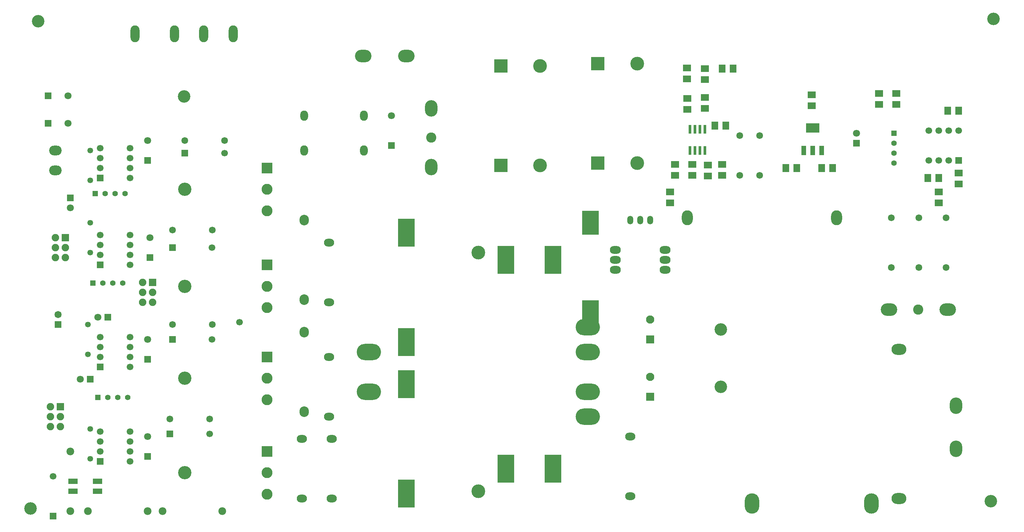
<source format=gbr>
G04 DipTrace 3.0.0.1*
G04 BottomMask.gbr*
%MOMM*%
G04 #@! TF.FileFunction,Soldermask,Bot*
G04 #@! TF.Part,Single*
%ADD15C,1.8*%
%ADD16C,2.6*%
%ADD44R,1.9X1.9*%
%ADD47R,1.7X1.7*%
%ADD48C,1.7*%
%ADD72C,3.2*%
%ADD73C,3.4*%
%ADD74C,3.5*%
%ADD79C,1.7*%
%ADD89R,2.4X1.4*%
%ADD91R,3.45X2.35*%
%ADD93R,1.15X2.35*%
%ADD95O,1.5X2.2*%
%ADD97O,2.8X2.0*%
%ADD99C,1.4*%
%ADD101R,1.4X1.4*%
%ADD103R,0.8X2.2*%
%ADD105O,6.2X4.2*%
%ADD107C,1.978*%
%ADD109C,1.978*%
%ADD111C,1.47*%
%ADD113C,1.47*%
%ADD115R,4.2X7.2*%
%ADD117C,1.724*%
%ADD119C,1.724*%
%ADD121O,2.4X2.7*%
%ADD123C,2.8*%
%ADD125R,2.8X2.8*%
%ADD127O,3.7X5.2*%
%ADD129C,1.82*%
%ADD131R,1.82X1.82*%
%ADD133O,3.2X2.5*%
%ADD135C,1.9*%
%ADD136O,3.2X4.2*%
%ADD137O,2.8X3.8*%
%ADD138O,4.2X3.2*%
%ADD139O,3.8X2.8*%
%ADD140R,2.1X2.1*%
%ADD141C,2.1*%
%ADD142O,2.296X4.296*%
%ADD146R,4.2X6.2*%
%ADD148O,2.6X2.0*%
%ADD152R,1.8X1.8*%
%ADD154R,1.8X2.0*%
%ADD156R,2.0X1.8*%
%ADD158O,2.0X2.6*%
%ADD160C,3.5*%
%ADD162R,3.5X3.5*%
%FSLAX35Y35*%
G04*
G71*
G90*
G75*
G01*
G04 BotMask*
%LPD*%
D162*
X12382500Y9207500D3*
D160*
X13382500D3*
D162*
X14859000Y9271000D3*
D160*
X15859000D3*
D158*
X7366000Y10477500D3*
X8890000D3*
X7366000Y9588500D3*
X8890000D3*
D156*
X24066500Y9017000D3*
Y8737000D3*
D154*
Y10604500D3*
X23786500D3*
D15*
X3365500Y2286000D3*
D152*
Y1778000D3*
D15*
Y4762500D3*
D152*
Y4254500D3*
D15*
Y9842500D3*
D152*
Y9334500D3*
D15*
X3429000Y7366000D3*
D152*
Y6858000D3*
X1905000Y3746500D3*
D15*
X1651000D3*
D152*
X1397000Y8382000D3*
D15*
Y8128000D3*
D152*
X2349500Y5334000D3*
D15*
X2095500D3*
D139*
X22542500Y4508500D3*
Y698500D3*
D137*
X17145000Y7874000D3*
X20955000D3*
D154*
X23558500Y8890000D3*
X23278500D3*
X17843500Y10223500D3*
X18123500D3*
D156*
X16827500Y8953500D3*
Y9233500D3*
D154*
X19939000Y9144000D3*
X19659000D3*
D156*
X17589500Y11684000D3*
Y11404000D3*
X17132000Y11697000D3*
Y11417000D3*
D154*
X20574000Y9144000D3*
X20854000D3*
D156*
X22034500Y11049000D3*
Y10769000D3*
X20320000Y10731500D3*
Y11011500D3*
X22479000Y11049000D3*
Y10769000D3*
D15*
X1333500Y10985500D3*
D152*
X825500D3*
D15*
X1333500Y10287000D3*
D152*
X825500D3*
X21463000Y9779000D3*
D15*
Y10033000D3*
D148*
X7302500Y698500D3*
Y2222500D3*
X8001000Y4318000D3*
Y2794000D3*
Y7239000D3*
Y5715000D3*
D146*
X14668500Y5461000D3*
Y7747000D3*
D148*
X15684500Y762000D3*
Y2286000D3*
X8064500Y698500D3*
Y2222500D3*
D162*
X14859000Y11811000D3*
D160*
X15859000D3*
D162*
X12382500Y11747500D3*
D160*
X13382500D3*
D47*
X4318000Y9525000D3*
D48*
X5328000D3*
D47*
X4000500Y7112000D3*
D48*
X5010500D3*
D47*
X3937000Y2349500D3*
D48*
X4947000D3*
D47*
X4000500Y4762500D3*
D48*
X5010500D3*
D142*
X3048000Y12573000D3*
X4048760D3*
X4798060D3*
X5547400D3*
D72*
X4297700Y10973000D3*
D141*
X16192500Y5270500D3*
D140*
Y4762500D3*
D72*
X17996500Y5016500D3*
D141*
X16192500Y3810000D3*
D140*
Y3302000D3*
D72*
X17996500Y3556000D3*
D47*
X952500Y254000D3*
D48*
Y1264000D3*
D138*
X22288500Y5524500D3*
X23788500D3*
D16*
X23038500D3*
D136*
X10604500Y10668000D3*
Y9168000D3*
D16*
Y9918000D3*
D72*
X24955500Y12954000D3*
X24892000Y635000D3*
X571500Y12890500D3*
X381000Y444500D3*
D136*
X24003000Y1968500D3*
Y3068500D3*
D44*
X1270000Y7366000D3*
D135*
X1016000D3*
X1270000Y7112000D3*
X1016000D3*
X1270000Y6858000D3*
X1016000D3*
D44*
X3492500Y6223000D3*
D135*
X3238500D3*
X3492500Y5969000D3*
X3238500D3*
X3492500Y5715000D3*
X3238500D3*
D133*
X1016000Y9080500D3*
Y9588500D3*
D131*
X1079500Y5143500D3*
D129*
Y5397500D3*
D138*
X9969500Y12001500D3*
X8869500D3*
D44*
X1143000Y3048000D3*
D135*
X889000D3*
X1143000Y2794000D3*
X889000D3*
X1143000Y2540000D3*
X889000D3*
D127*
X18796000Y571500D3*
X21844000D3*
D79*
X5715000Y5207000D3*
D125*
X6413500Y9144000D3*
D123*
Y8599000D3*
Y8053000D3*
D73*
X4313500Y8599000D3*
D125*
X6413500Y6667500D3*
D123*
Y6122500D3*
Y5576500D3*
D73*
X4313500Y6122500D3*
D125*
X6413500Y1905000D3*
D123*
Y1360000D3*
Y814000D3*
D73*
X4313500Y1360000D3*
D125*
X6413500Y4318000D3*
D123*
Y3773000D3*
Y3227000D3*
D73*
X4313500Y3773000D3*
D121*
X7366000Y5778500D3*
Y7810500D3*
Y2921000D3*
Y4953000D3*
D119*
X4953000Y2730500D3*
D117*
X3937000D3*
D119*
X5016500Y5143500D3*
D117*
X4000500D3*
D119*
X5334000Y9842500D3*
D117*
X4318000D3*
D119*
X5016500Y7556500D3*
D117*
X4000500D3*
D119*
X22352000Y6604000D3*
D117*
Y7874000D3*
D119*
X23050500Y6604000D3*
D117*
Y7874000D3*
D119*
X23749000Y6604000D3*
D117*
Y7874000D3*
D156*
X23558500Y8255000D3*
Y8535000D3*
X18034000Y8953500D3*
Y9233500D3*
X17272000Y8953500D3*
Y9233500D3*
X17666000Y8940500D3*
Y9220500D3*
X17145000Y10922000D3*
Y10642000D3*
D119*
X18986500Y8953500D3*
D117*
Y9969500D3*
D119*
X18478500Y8953500D3*
D117*
Y9969500D3*
D15*
X9588500Y10477500D3*
D152*
Y9715500D3*
D156*
X16700500Y8255000D3*
Y8535000D3*
X17589500Y10668000D3*
Y10948000D3*
D154*
X18034000Y11684000D3*
X18314000D3*
D115*
X9969500Y7493000D3*
Y4699000D3*
Y825500D3*
Y3619500D3*
X12509500Y6794500D3*
Y1460500D3*
X13716000Y6794500D3*
Y1460500D3*
D113*
X1905000Y1714500D3*
D111*
Y2476500D3*
D113*
X1841500Y4381500D3*
D111*
Y5143500D3*
D113*
X1905000Y9588500D3*
D111*
Y8826500D3*
D113*
Y6985000D3*
D111*
Y7747000D3*
D109*
X5270500Y381000D3*
D107*
X3746500D3*
D109*
X3365500D3*
D107*
X1841500D3*
D109*
X1397000D3*
D107*
Y1905000D3*
D105*
X14605000Y4445000D3*
Y3429000D3*
Y2794000D3*
Y5080000D3*
X9017000Y3429000D3*
Y4445000D3*
D74*
X11811000Y6985000D3*
Y889000D3*
D103*
X17589500Y9588500D3*
X17462500D3*
X17335500D3*
X17208500D3*
Y10128500D3*
X17335500D3*
X17462500D3*
X17589500D3*
D101*
X2095500Y3281000D3*
D99*
X2349500D3*
X2603500D3*
X2857500D3*
D101*
X2032000Y8488000D3*
D99*
X2286000D3*
X2540000D3*
X2794000D3*
D101*
X1968500Y6202000D3*
D99*
X2222500D3*
X2476500D3*
X2730500D3*
D97*
X15303500Y7048500D3*
Y6794500D3*
Y6540500D3*
X16573500Y7048500D3*
Y6794500D3*
Y6540500D3*
D95*
X15684500Y7810500D3*
X15938500D3*
X16192500D3*
D93*
X20574000Y9588500D3*
X20344000D3*
X20114000D3*
D91*
X20344000Y10168500D3*
D101*
X22415500Y10033000D3*
D99*
Y9779000D3*
Y9525000D3*
Y9271000D3*
D47*
X2159000Y1651000D3*
D48*
Y1905000D3*
Y2159000D3*
Y2413000D3*
X2921000D3*
Y2159000D3*
Y1905000D3*
Y1651000D3*
D47*
X2159000Y4064000D3*
D48*
Y4318000D3*
Y4572000D3*
Y4826000D3*
X2921000D3*
Y4572000D3*
Y4318000D3*
Y4064000D3*
D47*
X2159000Y8890000D3*
D48*
Y9144000D3*
Y9398000D3*
Y9652000D3*
X2921000D3*
Y9398000D3*
Y9144000D3*
Y8890000D3*
D47*
X2159000Y6667500D3*
D48*
Y6921500D3*
Y7175500D3*
Y7429500D3*
X2921000D3*
Y7175500D3*
Y6921500D3*
Y6667500D3*
D89*
X1460500Y889000D3*
Y1143000D3*
X2090500D3*
Y889000D3*
D47*
X24066500Y9334500D3*
D48*
X23812500D3*
X23558500D3*
X23304500D3*
Y10096500D3*
X23558500D3*
X23812500D3*
X24066500D3*
M02*

</source>
